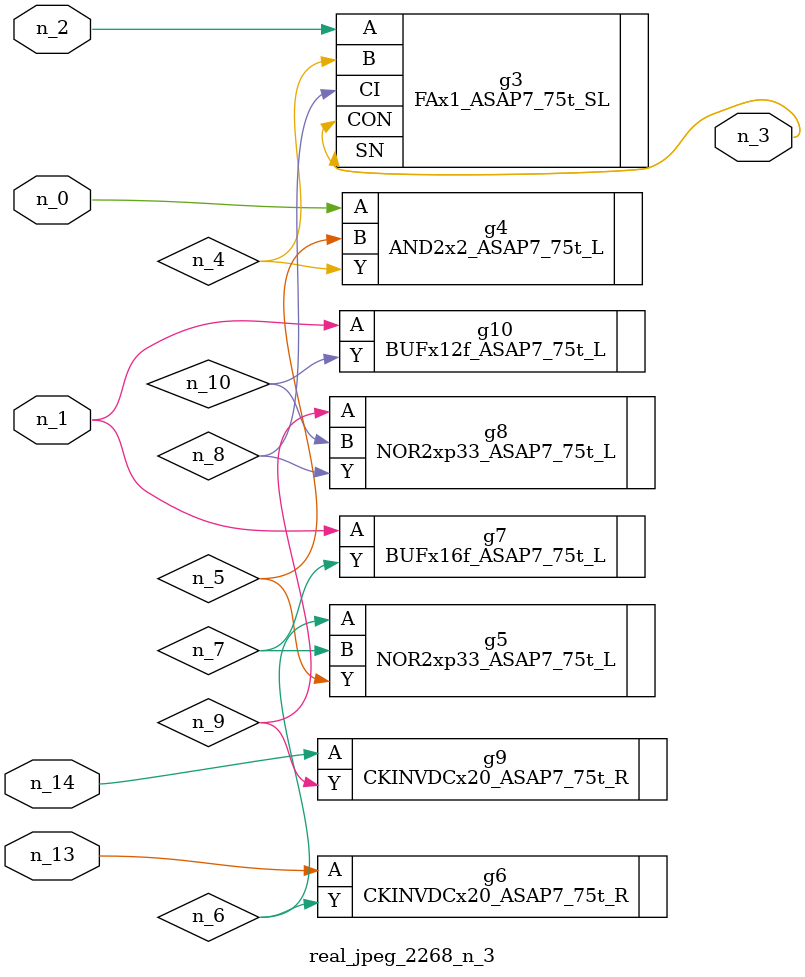
<source format=v>
module real_jpeg_2268_n_3 (n_0, n_1, n_14, n_2, n_13, n_3);

input n_0;
input n_1;
input n_14;
input n_2;
input n_13;

output n_3;

wire n_5;
wire n_4;
wire n_8;
wire n_6;
wire n_7;
wire n_10;
wire n_9;

AND2x2_ASAP7_75t_L g4 ( 
.A(n_0),
.B(n_5),
.Y(n_4)
);

BUFx16f_ASAP7_75t_L g7 ( 
.A(n_1),
.Y(n_7)
);

BUFx12f_ASAP7_75t_L g10 ( 
.A(n_1),
.Y(n_10)
);

FAx1_ASAP7_75t_SL g3 ( 
.A(n_2),
.B(n_4),
.CI(n_8),
.CON(n_3),
.SN(n_3)
);

NOR2xp33_ASAP7_75t_L g5 ( 
.A(n_6),
.B(n_7),
.Y(n_5)
);

NOR2xp33_ASAP7_75t_L g8 ( 
.A(n_9),
.B(n_10),
.Y(n_8)
);

CKINVDCx20_ASAP7_75t_R g6 ( 
.A(n_13),
.Y(n_6)
);

CKINVDCx20_ASAP7_75t_R g9 ( 
.A(n_14),
.Y(n_9)
);


endmodule
</source>
